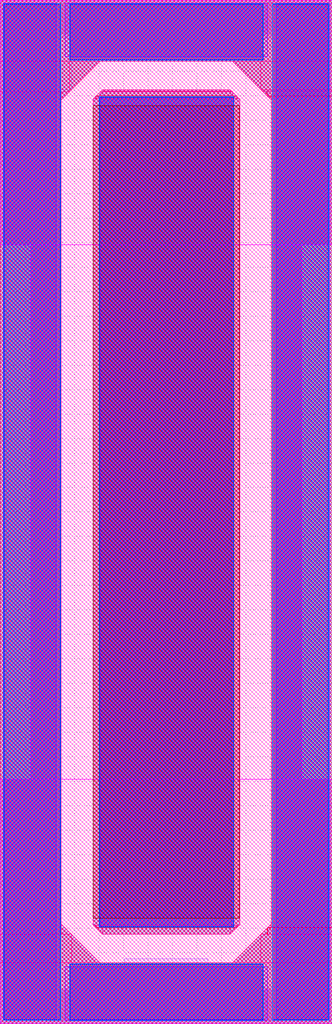
<source format=lef>
# Copyright 2020 The SkyWater PDK Authors
#
# Licensed under the Apache License, Version 2.0 (the "License");
# you may not use this file except in compliance with the License.
# You may obtain a copy of the License at
#
#     https://www.apache.org/licenses/LICENSE-2.0
#
# Unless required by applicable law or agreed to in writing, software
# distributed under the License is distributed on an "AS IS" BASIS,
# WITHOUT WARRANTIES OR CONDITIONS OF ANY KIND, either express or implied.
# See the License for the specific language governing permissions and
# limitations under the License.
#
# SPDX-License-Identifier: Apache-2.0

VERSION 5.7 ;
  NOWIREEXTENSIONATPIN ON ;
  DIVIDERCHAR "/" ;
  BUSBITCHARS "[]" ;
MACRO sky130_fd_pr__esd_rf_nfet_20v0_iec_21vW60p00
  CLASS BLOCK ;
  FOREIGN sky130_fd_pr__esd_rf_nfet_20v0_iec_21vW60p00 ;
  ORIGIN  6.040000  5.910000 ;
  SIZE  13.58000 BY  41.82000 ;
  OBS
    LAYER li1 ;
      RECT -6.040000 -5.910000  7.540000 -4.470000 ;
      RECT -6.040000 -4.470000 -4.480000 34.350000 ;
      RECT -6.040000 34.350000  7.540000 35.910000 ;
      RECT -0.950000 -4.470000  2.445000 -3.255000 ;
      RECT -0.945000 -3.255000  2.445000 -3.245000 ;
      RECT  0.000000  0.000000  1.500000 30.000000 ;
      RECT  5.980000 -4.470000  7.540000 34.350000 ;
    LAYER mcon ;
      RECT -5.810000 -5.785000 -4.560000 35.785000 ;
      RECT -4.195000 -5.785000  5.695000 -4.535000 ;
      RECT -4.195000 34.535000  5.695000 35.785000 ;
      RECT  0.125000  0.155000  1.375000 29.845000 ;
      RECT  6.060000 -5.785000  7.310000 35.785000 ;
    LAYER met1 ;
      POLYGON -3.550000 -1.815000 -3.115000 -2.250000 -3.550000 -2.250000 ;
      POLYGON -3.550000 32.250000 -3.115000 32.250000 -3.550000 31.815000 ;
      POLYGON -3.115000 -2.250000 -1.945000 -3.420000 -3.115000 -3.420000 ;
      POLYGON -3.115000 33.415000 -1.950000 33.415000 -3.115000 32.250000 ;
      POLYGON -2.245000 -1.870000 -2.155000 -1.870000 -2.155000 -1.960000 ;
      POLYGON -2.155000 -1.960000 -1.865000 -1.960000 -1.865000 -2.250000 ;
      POLYGON -2.155000 31.960000 -2.155000 31.870000 -2.245000 31.870000 ;
      POLYGON -1.865000 32.250000 -1.865000 31.960000 -2.155000 31.960000 ;
      POLYGON  3.370000 -1.960000  3.660000 -1.960000  3.370000 -2.250000 ;
      POLYGON  3.370000 32.250000  3.660000 31.960000  3.370000 31.960000 ;
      POLYGON  3.445000 33.415000  4.610000 33.415000  4.610000 32.250000 ;
      POLYGON  3.660000 -1.870000  3.750000 -1.870000  3.660000 -1.960000 ;
      POLYGON  3.660000 31.960000  3.750000 31.870000  3.660000 31.870000 ;
      POLYGON  4.610000 32.250000  4.900000 32.250000  4.900000 31.960000 ;
      POLYGON  4.620000 -2.250000  4.620000 -3.420000  3.450000 -3.420000 ;
      POLYGON  4.900000 31.960000  5.050000 31.960000  5.050000 31.810000 ;
      POLYGON  4.910000 -1.960000  4.910000 -2.250000  4.620000 -2.250000 ;
      POLYGON  5.050000 -1.820000  5.050000 -1.960000  4.910000 -1.960000 ;
      RECT -6.040000 -5.910000  7.540000 -3.420000 ;
      RECT -6.040000 -3.420000 -3.115000 -2.250000 ;
      RECT -6.040000 -2.250000 -3.550000 32.250000 ;
      RECT -6.040000 32.250000 -3.115000 33.415000 ;
      RECT -6.040000 33.415000  7.540000 35.910000 ;
      RECT -2.245000 -1.870000  3.750000 31.870000 ;
      RECT -2.155000 -1.960000  3.660000 -1.870000 ;
      RECT -2.155000 31.870000  3.660000 31.960000 ;
      RECT -1.865000 -2.250000  3.370000 -1.960000 ;
      RECT -1.865000 31.960000  3.370000 32.250000 ;
      RECT  4.610000 32.250000  7.540000 33.415000 ;
      RECT  4.620000 -3.420000  7.540000 -2.250000 ;
      RECT  4.900000 31.960000  7.540000 32.250000 ;
      RECT  4.910000 -2.250000  7.540000 -1.960000 ;
      RECT  5.050000 -1.960000  7.540000 31.960000 ;
    LAYER met2 ;
      POLYGON -3.550000 -1.815000 -3.115000 -2.250000 -3.550000 -2.250000 ;
      POLYGON -3.550000 32.165000 -3.200000 32.165000 -3.550000 31.815000 ;
      POLYGON -3.200000 33.415000 -1.950000 33.415000 -3.200000 32.165000 ;
      POLYGON -3.115000 -2.250000 -1.945000 -3.420000 -3.115000 -3.420000 ;
      POLYGON -2.245000 -1.870000 -2.130000 -1.870000 -2.130000 -1.985000 ;
      POLYGON -2.130000 -1.985000 -1.865000 -1.985000 -1.865000 -2.250000 ;
      POLYGON -2.130000 31.985000 -2.130000 31.870000 -2.245000 31.870000 ;
      POLYGON -1.950000 32.165000 -1.950000 31.985000 -2.130000 31.985000 ;
      POLYGON -1.865000 32.250000 -1.865000 32.165000 -1.950000 32.165000 ;
      POLYGON  3.370000 -1.985000  3.635000 -1.985000  3.370000 -2.250000 ;
      POLYGON  3.370000 32.250000  3.445000 32.175000  3.370000 32.175000 ;
      POLYGON  3.445000 32.175000  3.635000 31.985000  3.445000 31.985000 ;
      POLYGON  3.445000 33.415000  4.610000 33.415000  4.610000 32.250000 ;
      POLYGON  3.635000 -1.870000  3.750000 -1.870000  3.635000 -1.985000 ;
      POLYGON  3.635000 31.985000  3.750000 31.870000  3.635000 31.870000 ;
      POLYGON  4.610000 32.250000  4.685000 32.250000  4.685000 32.175000 ;
      POLYGON  4.620000 -2.250000  4.620000 -3.420000  3.450000 -3.420000 ;
      POLYGON  4.685000 32.175000  4.875000 32.175000  4.875000 31.985000 ;
      POLYGON  4.875000 31.985000  5.050000 31.985000  5.050000 31.810000 ;
      POLYGON  4.885000 -1.985000  4.885000 -2.250000  4.620000 -2.250000 ;
      POLYGON  5.050000 -1.820000  5.050000 -1.985000  4.885000 -1.985000 ;
      RECT -6.040000 -5.910000  7.540000 -3.420000 ;
      RECT -6.040000 -3.420000 -3.115000 -2.250000 ;
      RECT -6.040000 -2.250000 -3.550000 32.165000 ;
      RECT -6.040000 32.165000 -3.200000 33.415000 ;
      RECT -6.040000 33.415000  7.540000 35.910000 ;
      RECT -2.245000 -1.870000  3.750000 31.870000 ;
      RECT -2.130000 -1.985000  3.635000 -1.870000 ;
      RECT -2.130000 31.870000  3.635000 31.985000 ;
      RECT -1.950000 31.985000  3.445000 32.165000 ;
      RECT -1.865000 -2.250000  3.370000 -1.985000 ;
      RECT -1.865000 32.165000  3.445000 32.175000 ;
      RECT -1.865000 32.175000  3.370000 32.250000 ;
      RECT  4.610000 32.250000  7.540000 33.415000 ;
      RECT  4.620000 -3.420000  7.540000 -2.250000 ;
      RECT  4.685000 32.175000  7.540000 32.250000 ;
      RECT  4.875000 31.985000  7.540000 32.175000 ;
      RECT  4.885000 -2.250000  7.540000 -1.985000 ;
      RECT  5.050000 -1.985000  7.540000 31.985000 ;
    LAYER met3 ;
      POLYGON -3.550000 -1.815000 -3.115000 -2.250000 -3.550000 -2.250000 ;
      POLYGON -3.550000 32.165000 -3.200000 32.165000 -3.550000 31.815000 ;
      POLYGON -3.200000 33.415000 -1.950000 33.415000 -3.200000 32.165000 ;
      POLYGON -3.115000 -2.250000 -1.945000 -3.420000 -3.115000 -3.420000 ;
      POLYGON -2.245000 -1.870000 -2.125000 -1.870000 -2.125000 -1.990000 ;
      POLYGON -2.125000 -1.990000 -1.865000 -1.990000 -1.865000 -2.250000 ;
      POLYGON -2.125000 31.990000 -2.125000 31.870000 -2.245000 31.870000 ;
      POLYGON -1.950000 32.165000 -1.950000 31.990000 -2.125000 31.990000 ;
      POLYGON -1.865000 32.250000 -1.865000 32.165000 -1.950000 32.165000 ;
      POLYGON  3.370000 -1.990000  3.630000 -1.990000  3.370000 -2.250000 ;
      POLYGON  3.370000 32.250000  3.445000 32.175000  3.370000 32.175000 ;
      POLYGON  3.445000 32.175000  3.630000 31.990000  3.445000 31.990000 ;
      POLYGON  3.445000 33.415000  4.610000 33.415000  4.610000 32.250000 ;
      POLYGON  3.630000 -1.870000  3.750000 -1.870000  3.630000 -1.990000 ;
      POLYGON  3.630000 31.990000  3.750000 31.870000  3.630000 31.870000 ;
      POLYGON  4.610000 32.250000  4.685000 32.250000  4.685000 32.175000 ;
      POLYGON  4.620000 -2.250000  4.620000 -3.420000  3.450000 -3.420000 ;
      POLYGON  4.685000 32.175000  4.870000 32.175000  4.870000 31.990000 ;
      POLYGON  4.870000 31.990000  5.050000 31.990000  5.050000 31.810000 ;
      POLYGON  4.880000 -1.990000  4.880000 -2.250000  4.620000 -2.250000 ;
      POLYGON  5.050000 -1.820000  5.050000 -1.990000  4.880000 -1.990000 ;
      RECT -6.040000 -5.910000  7.540000 -3.420000 ;
      RECT -6.040000 -3.420000 -3.115000 -2.250000 ;
      RECT -6.040000 -2.250000 -3.550000 32.165000 ;
      RECT -6.040000 32.165000 -3.200000 33.415000 ;
      RECT -6.040000 33.415000  7.540000 35.910000 ;
      RECT -2.245000 -1.870000  3.750000 31.870000 ;
      RECT -2.125000 -1.990000  3.630000 -1.870000 ;
      RECT -2.125000 31.870000  3.630000 31.990000 ;
      RECT -1.950000 31.990000  3.445000 32.165000 ;
      RECT -1.865000 -2.250000  3.370000 -1.990000 ;
      RECT -1.865000 32.165000  3.445000 32.175000 ;
      RECT -1.865000 32.175000  3.370000 32.250000 ;
      RECT  4.610000 32.250000  7.540000 33.415000 ;
      RECT  4.620000 -3.420000  7.540000 -2.250000 ;
      RECT  4.685000 32.175000  7.540000 32.250000 ;
      RECT  4.870000 31.990000  7.540000 32.175000 ;
      RECT  4.880000 -2.250000  7.540000 -1.990000 ;
      RECT  5.050000 -1.990000  7.540000 31.990000 ;
    LAYER met4 ;
      POLYGON -3.550000 -1.815000 -3.115000 -2.250000 -3.550000 -2.250000 ;
      POLYGON -3.550000 32.165000 -3.200000 32.165000 -3.550000 31.815000 ;
      POLYGON -3.200000 33.415000 -1.950000 33.415000 -3.200000 32.165000 ;
      POLYGON -3.115000 -2.250000 -1.945000 -3.420000 -3.115000 -3.420000 ;
      POLYGON -2.245000 -1.870000 -2.150000 -1.870000 -2.150000 -1.965000 ;
      POLYGON -2.155000 31.960000 -2.155000 31.870000 -2.245000 31.870000 ;
      POLYGON -2.150000 -1.965000 -1.865000 -1.965000 -1.865000 -2.250000 ;
      POLYGON -1.950000 32.165000 -1.950000 31.960000 -2.155000 31.960000 ;
      POLYGON -1.865000 32.250000 -1.865000 32.165000 -1.950000 32.165000 ;
      POLYGON  3.370000 -1.965000  3.655000 -1.965000  3.370000 -2.250000 ;
      POLYGON  3.370000 32.250000  3.445000 32.175000  3.370000 32.175000 ;
      POLYGON  3.445000 32.175000  3.655000 31.965000  3.445000 31.965000 ;
      POLYGON  3.445000 33.415000  4.610000 33.415000  4.610000 32.250000 ;
      POLYGON  3.655000 -1.870000  3.750000 -1.870000  3.655000 -1.965000 ;
      POLYGON  3.655000 31.965000  3.750000 31.870000  3.655000 31.870000 ;
      POLYGON  4.610000 32.250000  4.685000 32.250000  4.685000 32.175000 ;
      POLYGON  4.620000 -2.250000  4.620000 -3.420000  3.450000 -3.420000 ;
      POLYGON  4.685000 32.175000  4.895000 32.175000  4.895000 31.965000 ;
      POLYGON  4.895000 31.965000  5.050000 31.965000  5.050000 31.810000 ;
      POLYGON  4.905000 -1.965000  4.905000 -2.250000  4.620000 -2.250000 ;
      POLYGON  5.050000 -1.820000  5.050000 -1.965000  4.905000 -1.965000 ;
      RECT -6.040000 -5.910000  7.540000 -3.420000 ;
      RECT -6.040000 -3.420000 -3.115000 -2.250000 ;
      RECT -6.040000 -2.250000 -3.550000 32.165000 ;
      RECT -6.040000 32.165000 -3.200000 33.415000 ;
      RECT -6.040000 33.415000  7.540000 35.910000 ;
      RECT -2.245000 -1.870000  3.750000 31.870000 ;
      RECT -2.155000 31.870000  3.655000 31.960000 ;
      RECT -2.150000 -1.965000  3.655000 -1.870000 ;
      RECT -1.950000 31.960000  3.655000 31.965000 ;
      RECT -1.950000 31.965000  3.445000 32.165000 ;
      RECT -1.865000 -2.250000  3.370000 -1.965000 ;
      RECT -1.865000 32.165000  3.445000 32.175000 ;
      RECT -1.865000 32.175000  3.370000 32.250000 ;
      RECT  4.610000 32.250000  7.540000 33.415000 ;
      RECT  4.620000 -3.420000  7.540000 -2.250000 ;
      RECT  4.685000 32.175000  7.540000 32.250000 ;
      RECT  4.895000 31.965000  7.540000 32.175000 ;
      RECT  4.905000 -2.250000  7.540000 -1.965000 ;
      RECT  5.050000 -1.965000  7.540000 31.965000 ;
    LAYER met5 ;
      RECT -6.040000 -5.910000 7.540000  4.090000 ;
      RECT -6.040000 25.910000 7.540000 35.910000 ;
      RECT -4.790000  4.090000 6.290000 25.910000 ;
    LAYER via ;
      RECT -5.930000 -5.760000 -3.750000 35.780000 ;
      RECT -3.380000 -5.760000  4.880000 -3.580000 ;
      RECT -3.380000 33.600000  4.880000 35.780000 ;
      RECT -1.940000 -1.930000  3.440000 31.930000 ;
      RECT  5.250000 -5.760000  7.430000 35.780000 ;
    LAYER via2 ;
      RECT -5.875000 -5.740000 -3.595000 35.740000 ;
      RECT -3.190000 -5.745000  4.690000 -3.465000 ;
      RECT -3.190000 33.460000  4.690000 35.740000 ;
      RECT -1.985000 -1.940000  3.495000 31.940000 ;
      RECT  5.095000 -5.740000  7.375000 35.740000 ;
    LAYER via3 ;
      RECT -5.900000 -5.760000 -3.580000 35.760000 ;
      RECT -3.210000 -5.770000  4.710000 -3.450000 ;
      RECT -3.210000 33.445000  4.710000 35.765000 ;
      RECT -2.005000 -1.960000  3.515000 31.960000 ;
      RECT  5.080000 -5.760000  7.400000 35.760000 ;
    LAYER via4 ;
      RECT -2.240000 -1.590000 3.740000 31.590000 ;
  END
END sky130_fd_pr__esd_rf_nfet_20v0_iec_21vW60p00
END LIBRARY

</source>
